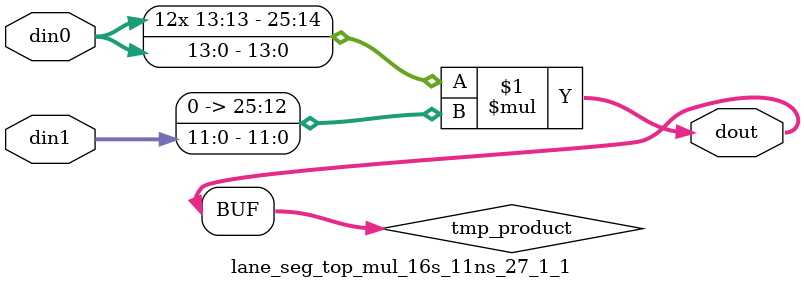
<source format=v>

`timescale 1 ns / 1 ps

  module lane_seg_top_mul_16s_11ns_27_1_1(din0, din1, dout);
parameter ID = 1;
parameter NUM_STAGE = 0;
parameter din0_WIDTH = 14;
parameter din1_WIDTH = 12;
parameter dout_WIDTH = 26;

input [din0_WIDTH - 1 : 0] din0; 
input [din1_WIDTH - 1 : 0] din1; 
output [dout_WIDTH - 1 : 0] dout;

wire signed [dout_WIDTH - 1 : 0] tmp_product;












assign tmp_product = $signed(din0) * $signed({1'b0, din1});









assign dout = tmp_product;







endmodule

</source>
